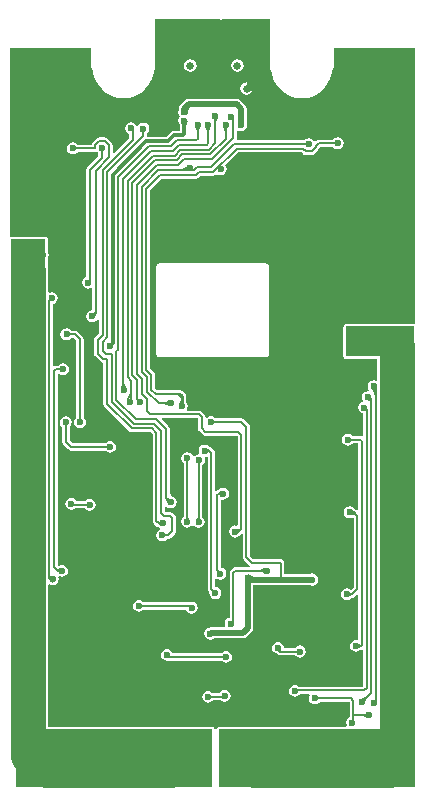
<source format=gbl>
%FSLAX25Y25*%
%MOIN*%
G70*
G01*
G75*
G04 Layer_Physical_Order=5*
G04 Layer_Color=16711680*
%ADD10C,0.01181*%
%ADD11C,0.00787*%
%ADD12C,0.01969*%
%ADD13C,0.03937*%
%ADD14R,0.03937X0.02756*%
%ADD15R,0.03150X0.05118*%
%ADD16R,0.02362X0.01969*%
%ADD17R,0.01969X0.02362*%
%ADD18R,0.04921X0.02756*%
%ADD19R,0.06693X0.03543*%
%ADD20R,0.06299X0.04921*%
%ADD21R,0.01181X0.03347*%
%ADD22R,0.02362X0.03347*%
%ADD23R,0.01969X0.01575*%
%ADD24R,0.02362X0.05512*%
%ADD25R,0.03150X0.07874*%
%ADD26R,0.02362X0.07874*%
%ADD27O,0.07480X0.12992*%
%ADD28R,0.01575X0.04724*%
%ADD29R,0.03543X0.03937*%
%ADD30O,0.05906X0.07874*%
%ADD31R,0.05906X0.07874*%
%ADD32R,0.04331X0.03937*%
%ADD33R,0.01575X0.06693*%
%ADD34R,0.02756X0.04921*%
%ADD35R,0.03543X0.02362*%
%ADD36O,0.02362X0.07874*%
%ADD37O,0.02362X0.05512*%
%ADD38R,0.05118X0.03150*%
%ADD39R,0.03937X0.02756*%
%ADD40R,0.02362X0.03937*%
%ADD41R,0.01969X0.03937*%
%ADD42O,0.05512X0.02362*%
%ADD43O,0.07874X0.09843*%
%ADD44O,0.09843X0.07874*%
%ADD45C,0.03150*%
%ADD46C,0.07874*%
%ADD47C,0.10000*%
%ADD48C,0.05906*%
%ADD49R,0.15300X0.31300*%
%ADD50R,0.33921X0.10400*%
%ADD51R,0.02874X0.02068*%
%ADD52R,0.11321X0.16200*%
%ADD53R,0.02719X0.08050*%
%ADD54R,0.06858X0.03154*%
%ADD55R,0.16400X0.14144*%
%ADD56R,0.09300X0.06156*%
%ADD57C,0.02559*%
G04:AMPARAMS|DCode=58|XSize=39.37mil|YSize=82.68mil|CornerRadius=17.72mil|HoleSize=0mil|Usage=FLASHONLY|Rotation=180.000|XOffset=0mil|YOffset=0mil|HoleType=Round|Shape=RoundedRectangle|*
%AMROUNDEDRECTD58*
21,1,0.03937,0.04724,0,0,180.0*
21,1,0.00394,0.08268,0,0,180.0*
1,1,0.03543,-0.00197,0.02362*
1,1,0.03543,0.00197,0.02362*
1,1,0.03543,0.00197,-0.02362*
1,1,0.03543,-0.00197,-0.02362*
%
%ADD58ROUNDEDRECTD58*%
G04:AMPARAMS|DCode=59|XSize=39.37mil|YSize=62.99mil|CornerRadius=17.72mil|HoleSize=0mil|Usage=FLASHONLY|Rotation=180.000|XOffset=0mil|YOffset=0mil|HoleType=Round|Shape=RoundedRectangle|*
%AMROUNDEDRECTD59*
21,1,0.03937,0.02756,0,0,180.0*
21,1,0.00394,0.06299,0,0,180.0*
1,1,0.03543,-0.00197,0.01378*
1,1,0.03543,0.00197,0.01378*
1,1,0.03543,0.00197,-0.01378*
1,1,0.03543,-0.00197,-0.01378*
%
%ADD59ROUNDEDRECTD59*%
%ADD60C,0.11811*%
%ADD61C,0.02362*%
%ADD62C,0.11811*%
%ADD63R,0.65400X0.19300*%
%ADD64R,0.65700X0.19200*%
%ADD65R,0.23000X0.09900*%
%ADD66R,0.11700X0.10615*%
G36*
X19065Y116836D02*
X19172Y116298D01*
X19477Y115842D01*
X19538Y115801D01*
X19634Y114829D01*
X20219Y112899D01*
X21170Y111121D01*
X22449Y109562D01*
X24008Y108283D01*
X25786Y107333D01*
X27715Y106747D01*
X29722Y106550D01*
X31729Y106747D01*
X33658Y107333D01*
X35437Y108283D01*
X36995Y109562D01*
X38274Y111121D01*
X39225Y112899D01*
X39810Y114829D01*
X39906Y115801D01*
X39968Y115842D01*
X40272Y116298D01*
X40379Y116836D01*
Y123108D01*
X67490D01*
Y31277D01*
X67400Y31203D01*
X44400D01*
X44093Y31142D01*
X43832Y30968D01*
X43658Y30707D01*
X43597Y30400D01*
Y26224D01*
X43493Y25700D01*
X43597Y25176D01*
Y22421D01*
X43593Y22400D01*
X43597Y22379D01*
Y20500D01*
X43658Y20193D01*
X43832Y19932D01*
X44093Y19758D01*
X44400Y19697D01*
X54875D01*
Y12572D01*
X54468Y12354D01*
X53700Y12507D01*
X52932Y12354D01*
X52281Y11919D01*
X51846Y11268D01*
X51693Y10500D01*
X51846Y9732D01*
X52141Y9290D01*
X51863Y8875D01*
X51700Y8907D01*
X50932Y8754D01*
X50281Y8319D01*
X49846Y7668D01*
X49693Y6900D01*
X49846Y6132D01*
X50100Y5751D01*
X49909Y5289D01*
X49732Y5254D01*
X49081Y4819D01*
X48646Y4168D01*
X48493Y3400D01*
X48646Y2632D01*
X49081Y1981D01*
X49732Y1546D01*
X50146Y1463D01*
Y-5981D01*
X49705Y-6217D01*
X49661Y-6187D01*
X49200Y-6096D01*
X49200Y-6096D01*
X46663D01*
X46519Y-5881D01*
X45868Y-5446D01*
X45100Y-5293D01*
X44332Y-5446D01*
X43681Y-5881D01*
X43246Y-6532D01*
X43093Y-7300D01*
X43246Y-8068D01*
X43681Y-8719D01*
X44332Y-9154D01*
X45100Y-9307D01*
X45868Y-9154D01*
X46519Y-8719D01*
X46663Y-8504D01*
X48571D01*
Y-30614D01*
X48109Y-30806D01*
X47952Y-30648D01*
X47562Y-30387D01*
X47288Y-30333D01*
X47119Y-30081D01*
X46468Y-29646D01*
X45700Y-29493D01*
X44932Y-29646D01*
X44281Y-30081D01*
X43846Y-30732D01*
X43693Y-31500D01*
X43846Y-32268D01*
X44281Y-32919D01*
X44932Y-33354D01*
X45700Y-33507D01*
X46468Y-33354D01*
X46556Y-33296D01*
X46997Y-33531D01*
Y-56501D01*
X46158Y-57340D01*
X45568Y-56946D01*
X44800Y-56793D01*
X44032Y-56946D01*
X43381Y-57381D01*
X42946Y-58032D01*
X42793Y-58800D01*
X42946Y-59568D01*
X43381Y-60219D01*
X44032Y-60654D01*
X44800Y-60807D01*
X45568Y-60654D01*
X46219Y-60219D01*
X46363Y-60004D01*
X46401D01*
X46401Y-60004D01*
X46862Y-59913D01*
X47252Y-59651D01*
X48109Y-58794D01*
X48571Y-58986D01*
Y-73752D01*
X48185Y-74069D01*
X47800Y-73993D01*
X47032Y-74146D01*
X46381Y-74581D01*
X45946Y-75232D01*
X45793Y-76000D01*
X45946Y-76768D01*
X46381Y-77419D01*
X47032Y-77854D01*
X47800Y-78007D01*
X48568Y-77854D01*
X49219Y-77419D01*
X49321Y-77267D01*
X49815Y-77194D01*
X50146Y-77465D01*
Y-89501D01*
X50052Y-89596D01*
X28829D01*
X28819Y-89581D01*
X28168Y-89146D01*
X27400Y-88993D01*
X26632Y-89146D01*
X25981Y-89581D01*
X25546Y-90232D01*
X25393Y-91000D01*
X25546Y-91768D01*
X25981Y-92419D01*
X26632Y-92854D01*
X27400Y-93007D01*
X28168Y-92854D01*
X28819Y-92419D01*
X29096Y-92004D01*
X32202D01*
X32437Y-92445D01*
X32246Y-92732D01*
X32093Y-93500D01*
X32246Y-94268D01*
X32681Y-94919D01*
X33332Y-95354D01*
X34100Y-95507D01*
X34868Y-95354D01*
X35519Y-94919D01*
X35663Y-94704D01*
X45563D01*
X45657Y-94799D01*
Y-96942D01*
Y-99200D01*
Y-99808D01*
X45100Y-100181D01*
X44665Y-100832D01*
X44512Y-101600D01*
X44665Y-102368D01*
X44791Y-102556D01*
X44555Y-102997D01*
X2100D01*
X1793Y-103058D01*
X1532Y-103232D01*
X1358Y-103493D01*
X1297Y-103800D01*
Y-103835D01*
X800Y-103884D01*
X742Y-103593D01*
X568Y-103332D01*
X307Y-103158D01*
X0Y-103097D01*
X-54775D01*
Y-55712D01*
X-54334Y-55477D01*
X-54068Y-55654D01*
X-53300Y-55807D01*
X-52532Y-55654D01*
X-51881Y-55219D01*
X-51446Y-54568D01*
X-51293Y-53800D01*
X-51432Y-53100D01*
X-51016Y-52822D01*
X-50968Y-52854D01*
X-50200Y-53007D01*
X-49432Y-52854D01*
X-48781Y-52419D01*
X-48346Y-51768D01*
X-48193Y-51000D01*
X-48346Y-50232D01*
X-48781Y-49581D01*
X-49432Y-49146D01*
X-50200Y-48993D01*
X-50968Y-49146D01*
X-51193Y-49296D01*
X-51634Y-49061D01*
Y14503D01*
X-51451Y14626D01*
X-51193Y14763D01*
X-50568Y14346D01*
X-49800Y14193D01*
X-49032Y14346D01*
X-48381Y14781D01*
X-47946Y15432D01*
X-47793Y16200D01*
X-47946Y16968D01*
X-48381Y17619D01*
X-49032Y18054D01*
X-49800Y18207D01*
X-50568Y18054D01*
X-51219Y17619D01*
X-51363Y17404D01*
X-52239D01*
X-52239Y17404D01*
X-52699Y17313D01*
X-52768Y17267D01*
X-53209Y17502D01*
Y37971D01*
X-52832Y38046D01*
X-52181Y38481D01*
X-51746Y39132D01*
X-51593Y39900D01*
X-51746Y40668D01*
X-52181Y41319D01*
X-52832Y41754D01*
X-53600Y41907D01*
X-54368Y41754D01*
X-54775Y41972D01*
Y48985D01*
X-54897Y50228D01*
Y53555D01*
X-54846Y53632D01*
X-54693Y54400D01*
X-54846Y55168D01*
X-54897Y55245D01*
Y57876D01*
X-54793Y58400D01*
X-54897Y58924D01*
Y59600D01*
X-54958Y59907D01*
X-55132Y60168D01*
X-55393Y60342D01*
X-55700Y60403D01*
X-56779D01*
X-56800Y60407D01*
X-56821Y60403D01*
X-60179D01*
X-60200Y60407D01*
X-60221Y60403D01*
X-67400D01*
X-67495Y60481D01*
Y123108D01*
X-40384D01*
Y116836D01*
X-40277Y116298D01*
X-39972Y115842D01*
X-39911Y115801D01*
X-39815Y114829D01*
X-39230Y112899D01*
X-38279Y111121D01*
X-37000Y109562D01*
X-35441Y108283D01*
X-33663Y107333D01*
X-31733Y106747D01*
X-29727Y106550D01*
X-27720Y106747D01*
X-25791Y107333D01*
X-24012Y108283D01*
X-22454Y109562D01*
X-21174Y111121D01*
X-20224Y112899D01*
X-19639Y114829D01*
X-19543Y115801D01*
X-19481Y115842D01*
X-19177Y116298D01*
X-19070Y116836D01*
Y132950D01*
X2446D01*
X2800Y132597D01*
Y132590D01*
D01*
Y127461D01*
D01*
D01*
Y127461D01*
X2800D01*
X2923Y127339D01*
X2923Y127339D01*
X3056Y127206D01*
X3046Y127461D01*
X3046Y127461D01*
D01*
D01*
D01*
D01*
Y127461D01*
X3042Y127564D01*
X2843Y132590D01*
X3190Y132950D01*
X19065D01*
Y116836D01*
D02*
G37*
%LPC*%
G36*
X-24600Y-60693D02*
X-25368Y-60846D01*
X-26019Y-61281D01*
X-26454Y-61932D01*
X-26607Y-62700D01*
X-26454Y-63468D01*
X-26019Y-64119D01*
X-25368Y-64554D01*
X-24600Y-64707D01*
X-23832Y-64554D01*
X-23181Y-64119D01*
X-23037Y-63904D01*
X-8887D01*
X-8854Y-64068D01*
X-8419Y-64719D01*
X-7768Y-65154D01*
X-7000Y-65307D01*
X-6232Y-65154D01*
X-5581Y-64719D01*
X-5146Y-64068D01*
X-4993Y-63300D01*
X-5146Y-62532D01*
X-5581Y-61881D01*
X-6232Y-61446D01*
X-7000Y-61293D01*
X-7768Y-61446D01*
X-7843Y-61496D01*
X-23037D01*
X-23181Y-61281D01*
X-23832Y-60846D01*
X-24600Y-60693D01*
D02*
G37*
G36*
X-47041Y-26693D02*
X-47809Y-26846D01*
X-48460Y-27281D01*
X-48895Y-27932D01*
X-49048Y-28700D01*
X-48895Y-29468D01*
X-48460Y-30119D01*
X-47809Y-30554D01*
X-47041Y-30707D01*
X-46273Y-30554D01*
X-45622Y-30119D01*
X-45612Y-30104D01*
X-42630D01*
X-42419Y-30419D01*
X-41768Y-30854D01*
X-41000Y-31007D01*
X-40232Y-30854D01*
X-39581Y-30419D01*
X-39146Y-29768D01*
X-38993Y-29000D01*
X-39146Y-28232D01*
X-39581Y-27581D01*
X-40232Y-27146D01*
X-41000Y-26993D01*
X-41768Y-27146D01*
X-42419Y-27581D01*
X-42496Y-27696D01*
X-45344D01*
X-45622Y-27281D01*
X-46273Y-26846D01*
X-47041Y-26693D01*
D02*
G37*
G36*
X-2697Y-8971D02*
X-3465Y-9124D01*
X-4116Y-9559D01*
X-4551Y-10210D01*
X-4704Y-10978D01*
X-4551Y-11746D01*
D01*
D01*
X-4551Y-11746D01*
D01*
D01*
X-4771Y-12167D01*
X-5168Y-12246D01*
X-5819Y-12681D01*
X-6024Y-12987D01*
X-6514Y-12890D01*
X-6546Y-12732D01*
X-6981Y-12081D01*
X-7632Y-11646D01*
X-8400Y-11493D01*
X-9168Y-11646D01*
X-9819Y-12081D01*
X-10254Y-12732D01*
X-10407Y-13500D01*
X-10254Y-14268D01*
X-9819Y-14919D01*
X-9604Y-15063D01*
Y-32927D01*
X-9613Y-32939D01*
X-9621Y-32982D01*
X-9919Y-33181D01*
X-10354Y-33832D01*
X-10507Y-34600D01*
X-10354Y-35368D01*
X-9919Y-36019D01*
X-9268Y-36454D01*
X-8500Y-36607D01*
X-7732Y-36454D01*
X-7081Y-36019D01*
X-6883Y-35724D01*
X-6383D01*
X-6119Y-36119D01*
X-5468Y-36554D01*
X-4700Y-36707D01*
X-3932Y-36554D01*
X-3281Y-36119D01*
X-2846Y-35468D01*
X-2693Y-34700D01*
X-2846Y-33932D01*
X-3281Y-33281D01*
X-3496Y-33137D01*
Y-15863D01*
X-2981Y-15519D01*
X-2546Y-14868D01*
X-2393Y-14100D01*
X-2546Y-13332D01*
X-2546Y-13332D01*
X-2546Y-13332D01*
X-2697Y-12985D01*
X-2697Y-12985D01*
X-1991Y-12844D01*
X-1604Y-13162D01*
Y-57100D01*
X-1604Y-57100D01*
X-1513Y-57561D01*
X-1252Y-57951D01*
X-1057Y-58146D01*
X-1107Y-58400D01*
X-954Y-59168D01*
X-519Y-59819D01*
X132Y-60254D01*
X900Y-60407D01*
X1668Y-60254D01*
X2319Y-59819D01*
X2754Y-59168D01*
X2907Y-58400D01*
X2754Y-57632D01*
X2319Y-56981D01*
X1668Y-56546D01*
X900Y-56393D01*
X804Y-56314D01*
Y-53598D01*
X1245Y-53362D01*
X1832Y-53754D01*
X2600Y-53907D01*
X3368Y-53754D01*
X4019Y-53319D01*
X4454Y-52668D01*
X4607Y-51900D01*
X4454Y-51132D01*
X4019Y-50481D01*
X3368Y-50046D01*
X2692Y-49911D01*
Y-27540D01*
X3078Y-27223D01*
X3500Y-27307D01*
X4268Y-27154D01*
X4919Y-26719D01*
X5354Y-26068D01*
X5507Y-25300D01*
X5354Y-24532D01*
X4919Y-23881D01*
X4268Y-23446D01*
X3500Y-23293D01*
X2732Y-23446D01*
X2081Y-23881D01*
X1937Y-24096D01*
X1927D01*
X1927Y-24096D01*
X1466Y-24187D01*
X1245Y-24335D01*
X804Y-24099D01*
Y-11700D01*
X713Y-11239D01*
X452Y-10848D01*
X452Y-10848D01*
X-271Y-10126D01*
X-661Y-9865D01*
X-1122Y-9774D01*
X-1122Y-9774D01*
X-1134D01*
X-1278Y-9559D01*
X-1929Y-9124D01*
X-2697Y-8971D01*
D02*
G37*
G36*
X4000Y-90693D02*
X3232Y-90846D01*
X2581Y-91281D01*
X2237Y-91796D01*
X63D01*
X-81Y-91581D01*
X-732Y-91146D01*
X-1500Y-90993D01*
X-2268Y-91146D01*
X-2919Y-91581D01*
X-3354Y-92232D01*
X-3507Y-93000D01*
X-3354Y-93768D01*
X-2919Y-94419D01*
X-2268Y-94854D01*
X-1500Y-95007D01*
X-732Y-94854D01*
X-81Y-94419D01*
X63Y-94204D01*
X2708D01*
X3232Y-94554D01*
X4000Y-94707D01*
X4768Y-94554D01*
X5419Y-94119D01*
X5854Y-93468D01*
X6007Y-92700D01*
X5854Y-91932D01*
X5419Y-91281D01*
X4768Y-90846D01*
X4000Y-90693D01*
D02*
G37*
G36*
X-15200Y-76993D02*
X-15968Y-77146D01*
X-16619Y-77581D01*
X-17054Y-78232D01*
X-17207Y-79000D01*
X-17054Y-79768D01*
X-16619Y-80419D01*
X-15968Y-80854D01*
X-15200Y-81007D01*
X-14592Y-80886D01*
X-14500Y-80904D01*
X-14500Y-80904D01*
X2937D01*
X3081Y-81119D01*
X3732Y-81554D01*
X4500Y-81707D01*
X5268Y-81554D01*
X5919Y-81119D01*
X6354Y-80468D01*
X6507Y-79700D01*
X6354Y-78932D01*
X5919Y-78281D01*
X5268Y-77846D01*
X4500Y-77693D01*
X3732Y-77846D01*
X3081Y-78281D01*
X2937Y-78496D01*
X-13293D01*
X-13346Y-78232D01*
X-13781Y-77581D01*
X-14432Y-77146D01*
X-15200Y-76993D01*
D02*
G37*
G36*
X21800Y-74693D02*
X21032Y-74846D01*
X20381Y-75281D01*
X19946Y-75932D01*
X19793Y-76700D01*
X19946Y-77468D01*
X20381Y-78119D01*
X21032Y-78554D01*
X21680Y-78683D01*
X21748Y-78751D01*
X22139Y-79013D01*
X22600Y-79104D01*
X27537D01*
X27681Y-79319D01*
X28332Y-79754D01*
X29100Y-79907D01*
X29868Y-79754D01*
X30519Y-79319D01*
X30954Y-78668D01*
X31107Y-77900D01*
X30954Y-77132D01*
X30519Y-76481D01*
X29868Y-76046D01*
X29100Y-75893D01*
X28332Y-76046D01*
X27681Y-76481D01*
X27537Y-76696D01*
X23806D01*
X23654Y-75932D01*
X23219Y-75281D01*
X22568Y-74846D01*
X21800Y-74693D01*
D02*
G37*
G36*
X-48900Y507D02*
X-49668Y354D01*
X-50319Y-81D01*
X-50754Y-732D01*
X-50907Y-1500D01*
X-50754Y-2268D01*
X-50319Y-2919D01*
X-50104Y-3063D01*
Y-8000D01*
X-50104Y-8000D01*
X-50013Y-8461D01*
X-49751Y-8851D01*
X-48052Y-10552D01*
X-48052Y-10552D01*
X-47661Y-10813D01*
X-47200Y-10904D01*
X-35763D01*
X-35619Y-11119D01*
X-34968Y-11554D01*
X-34200Y-11707D01*
X-33432Y-11554D01*
X-32781Y-11119D01*
X-32346Y-10468D01*
X-32193Y-9700D01*
X-32346Y-8932D01*
X-32781Y-8281D01*
X-33432Y-7846D01*
X-34200Y-7693D01*
X-34968Y-7846D01*
X-35619Y-8281D01*
X-35763Y-8496D01*
X-46701D01*
X-47696Y-7501D01*
Y-3063D01*
X-47481Y-2919D01*
X-47046Y-2268D01*
X-46893Y-1500D01*
X-47046Y-732D01*
X-47481Y-81D01*
X-48132Y354D01*
X-48900Y507D01*
D02*
G37*
G36*
X11339Y111855D02*
X10532Y111695D01*
X9848Y111238D01*
X9392Y110554D01*
X9231Y109748D01*
X9392Y108941D01*
X9848Y108257D01*
X10532Y107801D01*
X11339Y107640D01*
X12145Y107801D01*
X12829Y108257D01*
X13286Y108941D01*
X13446Y109748D01*
X13286Y110554D01*
X12829Y111238D01*
X12145Y111695D01*
X11339Y111855D01*
D02*
G37*
G36*
X-7476Y119510D02*
X-8282Y119349D01*
X-8966Y118893D01*
X-9423Y118209D01*
X-9583Y117402D01*
X-9423Y116596D01*
X-8966Y115912D01*
X-8282Y115455D01*
X-7476Y115295D01*
X-6669Y115455D01*
X-5985Y115912D01*
X-5529Y116596D01*
X-5368Y117402D01*
X-5529Y118209D01*
X-5985Y118893D01*
X-6669Y119349D01*
X-7476Y119510D01*
D02*
G37*
G36*
X8273D02*
X7466Y119349D01*
X6782Y118893D01*
X6325Y118209D01*
X6165Y117402D01*
X6325Y116596D01*
X6782Y115912D01*
X7466Y115455D01*
X8273Y115295D01*
X9079Y115455D01*
X9763Y115912D01*
X10220Y116596D01*
X10380Y117402D01*
X10220Y118209D01*
X9763Y118893D01*
X9079Y119349D01*
X8273Y119510D01*
D02*
G37*
G36*
X-48700Y29807D02*
X-49468Y29654D01*
X-50119Y29219D01*
X-50554Y28568D01*
X-50707Y27800D01*
X-50554Y27032D01*
X-50119Y26381D01*
X-49468Y25946D01*
X-48700Y25793D01*
X-47932Y25946D01*
X-47281Y26381D01*
X-47137Y26596D01*
X-46299D01*
X-45404Y25701D01*
Y163D01*
X-45619Y19D01*
X-46054Y-632D01*
X-46207Y-1400D01*
X-46054Y-2168D01*
X-45619Y-2819D01*
X-44968Y-3255D01*
X-44200Y-3407D01*
X-43432Y-3255D01*
X-42781Y-2819D01*
X-42345Y-2168D01*
X-42193Y-1400D01*
X-42345Y-632D01*
X-42781Y19D01*
X-42996Y163D01*
Y26200D01*
X-43087Y26661D01*
X-43348Y27051D01*
X-43348Y27051D01*
X-44949Y28651D01*
X-45339Y28913D01*
X-45800Y29004D01*
X-45800Y29004D01*
X-47137D01*
X-47281Y29219D01*
X-47932Y29654D01*
X-48700Y29807D01*
D02*
G37*
G36*
X-17719Y51500D02*
X-18103Y51424D01*
X-18428Y51207D01*
X-18646Y50881D01*
X-18722Y50497D01*
Y21202D01*
X-18722Y21202D01*
X-18722D01*
X-18646Y20818D01*
X-18428Y20493D01*
X-18426Y20490D01*
X-18101Y20273D01*
X-17717Y20197D01*
X17717D01*
X18101Y20273D01*
X18426Y20490D01*
X18644Y20816D01*
X18720Y21200D01*
X18720Y21200D01*
X18720Y21200D01*
Y21200D01*
Y50086D01*
X18732Y50104D01*
X18808Y50488D01*
X18732Y50872D01*
X18514Y51197D01*
X18189Y51415D01*
X17805Y51491D01*
X-17673D01*
X-17719Y51500D01*
D02*
G37*
G36*
X8000Y106306D02*
X-8000D01*
X-8691Y106169D01*
X-9277Y105777D01*
X-10677Y104377D01*
X-11069Y103791D01*
X-11206Y103100D01*
Y102640D01*
X-11254Y102568D01*
X-11407Y101800D01*
X-11254Y101032D01*
X-10865Y100450D01*
X-11254Y99868D01*
X-11407Y99100D01*
X-11254Y98332D01*
X-10819Y97681D01*
X-10805Y97671D01*
Y95676D01*
X-12754D01*
X-13291Y95569D01*
X-13747Y95264D01*
X-15306Y93705D01*
X-21809D01*
X-21867Y93777D01*
Y94837D01*
X-21652Y94981D01*
X-21217Y95632D01*
X-21065Y96400D01*
X-21217Y97168D01*
X-21652Y97819D01*
X-22304Y98254D01*
X-23072Y98407D01*
X-23840Y98254D01*
X-24491Y97819D01*
X-24792Y97368D01*
X-25059Y97315D01*
X-25328D01*
X-25731Y97919D01*
X-26382Y98354D01*
X-27150Y98507D01*
X-27918Y98354D01*
X-28570Y97919D01*
X-29005Y97268D01*
X-29158Y96500D01*
X-29005Y95732D01*
X-28570Y95081D01*
X-27918Y94646D01*
X-27804Y94623D01*
Y93158D01*
X-32842Y88121D01*
X-33304Y88312D01*
Y90878D01*
X-33304Y90878D01*
X-33395Y91339D01*
X-33656Y91730D01*
X-33656Y91730D01*
X-35040Y93114D01*
X-35431Y93375D01*
X-35892Y93466D01*
X-35892Y93466D01*
X-37848D01*
X-37849Y93466D01*
X-38309Y93375D01*
X-38700Y93114D01*
X-38700Y93114D01*
X-40084Y91730D01*
X-40345Y91339D01*
X-40411Y91004D01*
X-45037D01*
X-45181Y91219D01*
X-45832Y91654D01*
X-46600Y91807D01*
X-47368Y91654D01*
X-48019Y91219D01*
X-48454Y90568D01*
X-48607Y89800D01*
X-48454Y89032D01*
X-48019Y88381D01*
X-47368Y87946D01*
X-46600Y87793D01*
X-45832Y87946D01*
X-45181Y88381D01*
X-45037Y88596D01*
X-39432D01*
X-39432Y88596D01*
X-38971Y88687D01*
X-38595Y88939D01*
X-38289Y88481D01*
X-38074Y88337D01*
Y87158D01*
X-41851Y83381D01*
X-42113Y82990D01*
X-42204Y82530D01*
X-42204Y82530D01*
Y46967D01*
X-42268Y46954D01*
X-42919Y46519D01*
X-43354Y45868D01*
X-43507Y45100D01*
X-43354Y44332D01*
X-42919Y43681D01*
X-42268Y43246D01*
X-41500Y43093D01*
X-40732Y43246D01*
X-40545Y43371D01*
X-40104Y43135D01*
Y35843D01*
X-40148Y35807D01*
X-40916Y35654D01*
X-41568Y35219D01*
X-42003Y34568D01*
X-42156Y33800D01*
X-42003Y33032D01*
X-41568Y32381D01*
X-40916Y31946D01*
X-40148Y31793D01*
X-39380Y31946D01*
X-38729Y32381D01*
X-38321Y32991D01*
X-37843Y32846D01*
Y28187D01*
X-39126Y26904D01*
X-39387Y26513D01*
X-39479Y26052D01*
X-39479Y26052D01*
Y21384D01*
X-39479Y21384D01*
X-39387Y20923D01*
X-39126Y20532D01*
X-37370Y18776D01*
X-36979Y18515D01*
X-36518Y18423D01*
X-36416Y17911D01*
Y4685D01*
X-36416Y4685D01*
X-36324Y4224D01*
X-36063Y3833D01*
X-27854Y-4376D01*
X-27463Y-4637D01*
X-27003Y-4729D01*
X-20599D01*
X-19914Y-5414D01*
Y-34335D01*
X-19927Y-34400D01*
X-19835Y-34861D01*
X-19574Y-35252D01*
X-18774Y-36051D01*
X-18383Y-36313D01*
X-17969Y-36395D01*
X-17819Y-36619D01*
X-17467Y-36855D01*
X-17564Y-37345D01*
X-17568Y-37346D01*
X-18219Y-37781D01*
X-18654Y-38432D01*
X-18807Y-39200D01*
X-18654Y-39968D01*
X-18219Y-40619D01*
X-17568Y-41054D01*
X-16800Y-41207D01*
X-16032Y-41054D01*
X-15381Y-40619D01*
X-15237Y-40404D01*
X-14881D01*
X-14881Y-40404D01*
X-14420Y-40313D01*
X-14029Y-40051D01*
X-12554Y-38576D01*
X-12554Y-38576D01*
X-12293Y-38186D01*
X-12201Y-37725D01*
X-12201Y-37725D01*
Y-33394D01*
X-12293Y-32934D01*
X-12554Y-32543D01*
X-12554Y-32543D01*
X-13249Y-31848D01*
X-13639Y-31587D01*
X-14100Y-31496D01*
X-14100Y-31496D01*
X-15701D01*
X-15930Y-31266D01*
Y-29715D01*
X-15452Y-29570D01*
X-15419Y-29619D01*
X-14768Y-30054D01*
X-14000Y-30207D01*
X-13232Y-30054D01*
X-12581Y-29619D01*
X-12146Y-28968D01*
X-11993Y-28200D01*
X-12146Y-27432D01*
X-12581Y-26781D01*
X-13232Y-26346D01*
X-14000Y-26193D01*
X-14356Y-24405D01*
Y-3610D01*
X-14356Y-3610D01*
X-14447Y-3150D01*
X-14708Y-2759D01*
X-17001Y-466D01*
X-16810Y-4D01*
X-4999D01*
X-4904Y-99D01*
Y-3500D01*
X-4904Y-3500D01*
X-4813Y-3961D01*
X-4552Y-4352D01*
X-3352Y-5551D01*
X-3351Y-5551D01*
X-2961Y-5813D01*
X-2500Y-5904D01*
X-2500Y-5904D01*
X8001D01*
X8296Y-6199D01*
Y-35657D01*
X7909Y-35974D01*
X7500Y-35893D01*
X6732Y-36046D01*
X6081Y-36481D01*
X5646Y-37132D01*
X5493Y-37900D01*
X5646Y-38668D01*
X6081Y-39319D01*
X6732Y-39754D01*
X7500Y-39907D01*
X8268Y-39754D01*
X8919Y-39319D01*
X9175Y-38936D01*
X9452Y-38752D01*
X9534Y-38669D01*
X9996Y-38861D01*
Y-46400D01*
X9996Y-46400D01*
X10087Y-46861D01*
X10349Y-47251D01*
X12248Y-49152D01*
X12248Y-49152D01*
X12404Y-49255D01*
X12258Y-49734D01*
X7562D01*
X7101Y-49825D01*
X6711Y-50086D01*
X6711Y-50086D01*
X6049Y-50748D01*
X5787Y-51139D01*
X5696Y-51600D01*
X5696Y-51600D01*
Y-66653D01*
X5232Y-66746D01*
X4581Y-67181D01*
X4146Y-67832D01*
X3993Y-68600D01*
X4146Y-69368D01*
X3918Y-69794D01*
X-500D01*
X-1191Y-69931D01*
X-1276Y-69987D01*
X-1568Y-70046D01*
X-2219Y-70481D01*
X-2654Y-71132D01*
X-2807Y-71900D01*
X-2654Y-72668D01*
X-2219Y-73319D01*
X-1568Y-73754D01*
X-800Y-73907D01*
X-32Y-73754D01*
X489Y-73406D01*
X10100D01*
X10791Y-73269D01*
X11377Y-72877D01*
X12977Y-71277D01*
X13369Y-70691D01*
X13506Y-70000D01*
X13506Y-70000D01*
X13506Y-70000D01*
Y-70000D01*
Y-55706D01*
X32360D01*
X32432Y-55754D01*
X33200Y-55907D01*
X33968Y-55754D01*
X34619Y-55319D01*
X35054Y-54668D01*
X35207Y-53900D01*
X35054Y-53132D01*
X34619Y-52481D01*
X33968Y-52046D01*
X33200Y-51893D01*
X32432Y-52046D01*
X32360Y-52094D01*
X23904D01*
Y-48400D01*
X23813Y-47939D01*
X23551Y-47548D01*
X23451Y-47449D01*
X23061Y-47187D01*
X22600Y-47096D01*
X22600Y-47096D01*
X13599D01*
X12404Y-45901D01*
Y-3000D01*
X12313Y-2539D01*
X12051Y-2149D01*
X10452Y-549D01*
X10061Y-287D01*
X9600Y-196D01*
X9600Y-196D01*
X963D01*
X819Y19D01*
X168Y454D01*
X-600Y607D01*
X-1368Y454D01*
X-2019Y19D01*
X-2496Y338D01*
Y400D01*
X-2587Y861D01*
X-2849Y1252D01*
X-3649Y2052D01*
X-4039Y2313D01*
X-4500Y2404D01*
X-4500Y2404D01*
X-8402D01*
X-8637Y2845D01*
X-8446Y3132D01*
X-8293Y3900D01*
X-8446Y4668D01*
X-8796Y5192D01*
Y6400D01*
Y7200D01*
X-8887Y7661D01*
X-8992Y7817D01*
X-9149Y8051D01*
X-9149Y8052D01*
X-9911Y8814D01*
X-10301Y9075D01*
X-10762Y9166D01*
X-10762Y9166D01*
X-11562D01*
X-11562Y9166D01*
X-11562Y9166D01*
X-18463D01*
X-19196Y9899D01*
Y14394D01*
X-19196Y14394D01*
X-19287Y14855D01*
X-19548Y15246D01*
X-20867Y16565D01*
Y75904D01*
X-17051Y79721D01*
X-5575D01*
X-5575Y79721D01*
X-5114Y79813D01*
X-4723Y80074D01*
X-4101Y80696D01*
X200D01*
X200Y80696D01*
X661Y80787D01*
X1051Y81049D01*
X1402Y81400D01*
X1932Y81046D01*
X2700Y80893D01*
X3468Y81046D01*
X4119Y81481D01*
X4554Y82132D01*
X4707Y82900D01*
X4554Y83668D01*
X4200Y84197D01*
X8464Y88461D01*
X29735D01*
X30170Y88026D01*
X30170D01*
X30170Y88026D01*
X30170Y88026D01*
Y88026D01*
X30561Y87765D01*
X31022Y87674D01*
X32978D01*
X32978Y87674D01*
X33439Y87765D01*
X33830Y88026D01*
X35214Y89410D01*
X35214Y89410D01*
X35475Y89801D01*
X35517Y90014D01*
X35799Y90296D01*
X40137D01*
X40281Y90081D01*
X40932Y89646D01*
X41700Y89493D01*
X42468Y89646D01*
X43119Y90081D01*
X43554Y90732D01*
X43707Y91500D01*
X43554Y92268D01*
X43119Y92919D01*
X42468Y93354D01*
X41700Y93507D01*
X40932Y93354D01*
X40281Y92919D01*
X40137Y92704D01*
X35300D01*
X35300Y92704D01*
X34839Y92613D01*
X34449Y92352D01*
X34233Y92137D01*
X33736Y92185D01*
X33419Y92659D01*
X32768Y93094D01*
X32000Y93247D01*
X31232Y93094D01*
X30581Y92659D01*
X30437Y92444D01*
X8354D01*
X8037Y92831D01*
X8104Y93168D01*
X8104Y93168D01*
Y95635D01*
X8545Y95871D01*
X8732Y95746D01*
X9500Y95593D01*
X10268Y95746D01*
X10919Y96181D01*
X11354Y96832D01*
X11507Y97600D01*
X11354Y98368D01*
X11306Y98440D01*
Y103000D01*
X11169Y103691D01*
X10777Y104277D01*
X9277Y105777D01*
X8691Y106169D01*
X8000Y106306D01*
D02*
G37*
%LPD*%
D10*
X4574Y13871D02*
G03*
X5582Y14288I0J1426D01*
G01*
Y13453D02*
G03*
X4574Y13871I-1008J-1008D01*
G01*
X-9400Y97674D02*
G03*
X-9818Y98682I-1426J0D01*
G01*
X-8982D02*
G03*
X-9400Y97674I1008J-1008D01*
G01*
X-17371Y13871D02*
X6000D01*
X-20300Y16800D02*
X-17371Y13871D01*
X11800Y54700D02*
X11900D01*
X11600Y54900D02*
X11800Y54700D01*
X-17200Y54900D02*
X11600D01*
X-20300Y16800D02*
Y51800D01*
X-17200Y54900D01*
X-33292Y24908D02*
Y81051D01*
X-34100Y24100D02*
X-33292Y24908D01*
Y81051D02*
X-22043Y92300D01*
X-9400Y94671D02*
Y99100D01*
X-22043Y92300D02*
X-14725D01*
X-12754Y94271D01*
X-9800D01*
X-9400Y94671D01*
D11*
X7890Y-37216D02*
G03*
X9500Y-37000I663J1163D01*
G01*
X7500Y-37900D02*
G03*
X8771Y-37729I524J917D01*
G01*
X22461Y-77761D02*
G03*
X21800Y-77487I-661J-661D01*
G01*
X22487Y-77085D02*
G03*
X22600Y-77900I595J-333D01*
G01*
X49475Y-76000D02*
G03*
X48406Y-76503I0J-1389D01*
G01*
Y-75498D02*
G03*
X49475Y-76000I1069J886D01*
G01*
X54500Y6668D02*
G03*
X53143Y9943I-4632J0D01*
G01*
X54500Y8569D02*
G03*
X53700Y10500I-2731J0D01*
G01*
X15858Y-51000D02*
G03*
X17443Y-50343I0J2242D01*
G01*
X17443Y-51457D02*
G03*
X16341Y-51000I-1103J-1103D01*
G01*
X46401Y-58800D02*
G03*
X45424Y-59281I0J-1233D01*
G01*
Y-58319D02*
G03*
X46401Y-58800I977J753D01*
G01*
X47101Y-31500D02*
G03*
X46373Y-31909I0J-852D01*
G01*
Y-31091D02*
G03*
X47101Y-31500I728J443D01*
G01*
X48201Y-32600D02*
G03*
X46031Y-32214I-1361J-1361D01*
G01*
X47403Y-31803D02*
G03*
X45700Y-31500I-1068J-1068D01*
G01*
X-11232Y82500D02*
G03*
X-7957Y83857I0J4632D01*
G01*
X-9331Y82500D02*
G03*
X-7400Y83300I0J2731D01*
G01*
X-15344Y-26856D02*
G03*
X-14000Y-27413I1344J1344D01*
G01*
X-14787Y-28200D02*
G03*
X-15344Y-26856I-1901J0D01*
G01*
X-15801Y4800D02*
G03*
X-14457Y5357I0J1901D01*
G01*
Y4243D02*
G03*
X-15801Y4800I-1344J-1344D01*
G01*
X-10000Y5077D02*
G03*
X-9743Y4457I877J0D01*
G01*
X-10837Y4476D02*
G03*
X-10000Y6400I-1793J1924D01*
G01*
X-29946Y11894D02*
G03*
X-29143Y9957I2740J0D01*
G01*
X-30257Y9957D02*
G03*
X-29946Y10708I-751J751D01*
G01*
X-28257Y5957D02*
G03*
X-27338Y8175I-2219J2219D01*
G01*
X-5000Y95699D02*
G03*
X-5557Y97043I-1901J0D01*
G01*
X-4443D02*
G03*
X-5000Y95699I1344J-1344D01*
G01*
X-1500Y95599D02*
G03*
X-2057Y96943I-1901J0D01*
G01*
X-943D02*
G03*
X-1500Y95599I1344J-1344D01*
G01*
X4300Y95699D02*
G03*
X3743Y97043I-1901J0D01*
G01*
X4857D02*
G03*
X4300Y95699I1344J-1344D01*
G01*
X921Y98799D02*
G03*
X365Y100143I-1901J0D01*
G01*
X1478D02*
G03*
X921Y98799I1344J-1344D01*
G01*
X-38900Y35048D02*
G03*
X-39362Y33842I1121J-1121D01*
G01*
X-40106Y34586D02*
G03*
X-38900Y35048I85J1583D01*
G01*
X-4700Y-33500D02*
G03*
X-4387Y-33978I521J0D01*
G01*
X-5013D02*
G03*
X-4700Y-33500I-207J478D01*
G01*
X-8400Y-33300D02*
G03*
X-8057Y-33949I785J0D01*
G01*
X-8787Y-33867D02*
G03*
X-8400Y-33300I-222J567D01*
G01*
X-17922Y-35200D02*
G03*
X-17043Y-34745I0J1078D01*
G01*
Y-35655D02*
G03*
X-17922Y-35200I-880J-623D01*
G01*
X50299Y-99200D02*
G03*
X51643Y-98643I0J1901D01*
G01*
Y-99757D02*
G03*
X50299Y-99200I-1344J-1344D01*
G01*
X51044Y-93356D02*
G03*
X50487Y-94700I1344J-1344D01*
G01*
X49700Y-93913D02*
G03*
X51044Y-93356I0J1901D01*
G01*
X50885Y-93740D02*
G03*
X50487Y-94700I960J-960D01*
G01*
X49700Y-93913D02*
G03*
X51429Y-93197I0J2445D01*
G01*
X52925Y5675D02*
G03*
X51753Y6114I-1070J-1070D01*
G01*
X52486Y6847D02*
G03*
X52925Y5675I1509J-102D01*
G01*
X-51698Y-51000D02*
G03*
X-50849Y-50553I0J1032D01*
G01*
Y-51447D02*
G03*
X-51698Y-51000I-850J-585D01*
G01*
X-1122Y-10978D02*
G03*
X-2067Y-11451I0J-1182D01*
G01*
Y-10505D02*
G03*
X-1122Y-10978I945J709D01*
G01*
X1927Y-25300D02*
G03*
X2870Y-24828I0J1178D01*
G01*
Y-25772D02*
G03*
X1927Y-25300I-943J-706D01*
G01*
X-8400Y-33300D02*
Y-13500D01*
X-4700Y-33500D02*
Y-14400D01*
X-4400Y-14100D01*
X-400Y-57100D02*
X900Y-58400D01*
X-1500Y-93000D02*
X3700D01*
X4000Y-92700D01*
X-7600Y-62700D02*
X-7000Y-63300D01*
X-24600Y-62700D02*
X-7600D01*
X-52839Y15600D02*
X-52239Y16200D01*
X-49800D01*
X-54413Y-53487D02*
Y39087D01*
X-53600Y39900D01*
X49700Y-94700D02*
X52125Y-92275D01*
X-8500Y-33400D02*
X-8400Y-33300D01*
X-47041Y-28700D02*
X-46841Y-28900D01*
X-41600D01*
X-41000Y-29500D01*
X-37849Y92262D02*
X-35892D01*
X-39232Y90878D02*
X-37849Y92262D01*
X-39232Y90000D02*
Y90878D01*
X-39432Y89800D02*
X-39232Y90000D01*
X-46600Y89800D02*
X-39432D01*
X30234Y89665D02*
X31022Y88878D01*
X32978D01*
X34362Y90262D01*
Y90562D01*
X35300Y91500D01*
X41700D01*
X6000Y100400D02*
X6500Y99900D01*
X6900Y99500D01*
X-6227Y82500D02*
X-5252Y83475D01*
X-566D02*
X7199Y91240D01*
X-5252Y83475D02*
X-566D01*
X7965Y89665D02*
X30234D01*
X-35892Y92262D02*
X-34508Y90878D01*
X-20400Y9400D02*
X-18962Y7962D01*
X-48900Y-8000D02*
X-47200Y-9700D01*
X-34200D01*
X-48900Y-8000D02*
Y-1500D01*
X-11562Y7962D02*
X-10000Y6400D01*
X-10200Y3900D02*
X-10000Y3700D01*
X-10300Y3900D02*
X-10200D01*
X-10000Y3700D02*
Y6400D01*
X-10762Y7962D02*
X-10000Y7200D01*
X-18962Y7962D02*
X-11562D01*
X-10762D01*
X-10000Y6400D02*
Y7200D01*
X-21975Y8748D02*
X-18027Y4800D01*
X-13900D01*
X-25124Y6324D02*
X-24200Y5400D01*
X-5575Y80925D02*
X-4600Y81900D01*
X200D01*
X7965Y89665D01*
X-20400Y9400D02*
Y14394D01*
X-21975Y8748D02*
Y13742D01*
X-23550Y8095D02*
Y13090D01*
X-25124Y6324D02*
Y12438D01*
X-48700Y27800D02*
X-45800D01*
X-44200Y26200D01*
Y-1400D02*
Y26200D01*
X-22072Y16066D02*
X-20400Y14394D01*
X-34508Y86795D02*
Y90878D01*
X-36870Y86660D02*
Y89900D01*
X-41000Y45100D02*
Y82530D01*
X-36870Y86660D01*
X-23646Y15414D02*
X-21975Y13742D01*
X-25221Y14762D02*
X-23550Y13090D01*
X-26796Y14109D02*
X-25124Y12438D01*
X-28371Y13457D02*
X-27338Y12424D01*
X-29946Y9646D02*
X-29700Y9400D01*
X-38900Y82403D02*
X-34508Y86795D01*
X-29946Y9646D02*
Y79665D01*
X-28371Y13457D02*
Y79012D01*
X-26796Y14109D02*
Y78360D01*
X-25221Y14762D02*
Y77708D01*
X-23646Y15414D02*
Y77055D01*
X-17550Y80925D02*
X-5575D01*
X-22072Y76403D02*
X-17550Y80925D01*
X-22072Y16066D02*
Y76403D01*
X-27338Y5962D02*
Y12424D01*
X-27900Y5400D02*
X-27338Y5962D01*
X27400Y-91000D02*
X27600Y-90800D01*
X-14500Y-79700D02*
X4500D01*
X-15200Y-79000D02*
X-14500Y-79700D01*
X6000Y-68600D02*
X6900Y-67700D01*
Y-51600D01*
X7562Y-50938D01*
X12678D01*
X12741Y-51000D01*
X18000D02*
Y-50900D01*
X12741Y-51000D02*
X18000D01*
X22600Y-48300D02*
X22700Y-48400D01*
Y-53900D02*
Y-48400D01*
X-23550Y8095D02*
X-21838Y6384D01*
Y2238D02*
Y6384D01*
Y2238D02*
X-20800Y1200D01*
X-4500D01*
X-3700Y400D01*
Y-3500D02*
Y400D01*
Y-3500D02*
X-2500Y-4700D01*
X-35064Y27036D02*
Y81785D01*
X-36700Y25400D02*
X-35064Y27036D01*
X-36639Y27689D02*
Y82437D01*
X-38275Y26052D02*
X-36639Y27689D01*
X-38275Y21384D02*
Y26052D01*
X53700Y10500D02*
X54500Y9700D01*
Y-94300D02*
Y9700D01*
X53700Y-95100D02*
X54500Y-94300D01*
X49700Y-94700D02*
X49925D01*
X52925Y-91700D01*
Y5675D01*
X51700Y6900D02*
X52925Y5675D01*
X27600Y-90800D02*
X50550D01*
X51350Y-90000D01*
Y2900D01*
X50850Y3400D02*
X51350Y2900D01*
X50500Y3400D02*
X50850D01*
X47800Y-76000D02*
X49476D01*
X49776Y-75700D01*
X-1122Y-10978D02*
X-400Y-11700D01*
X-2697Y-10978D02*
X-1122D01*
X-400Y-57100D02*
Y-11700D01*
X49776Y-75700D02*
Y-7876D01*
X49200Y-7300D02*
X49776Y-7876D01*
X45100Y-7300D02*
X49200D01*
X22600Y-77900D02*
X29100D01*
X21800Y-77100D02*
X22600Y-77900D01*
X21800Y-77100D02*
Y-76700D01*
X45700Y-31500D02*
X47101D01*
X48201Y-32600D01*
Y-57000D02*
Y-32600D01*
X46401Y-58800D02*
X48201Y-57000D01*
X44800Y-58800D02*
X46401D01*
X13100Y-48300D02*
X22600D01*
X-600Y-1400D02*
X9600D01*
X11200Y-3000D01*
Y-46400D02*
Y-3000D01*
Y-46400D02*
X13100Y-48300D01*
X8500Y-4700D02*
X9500Y-5700D01*
Y-37000D02*
Y-5700D01*
X8600Y-37900D02*
X9500Y-37000D01*
X7500Y-37900D02*
X8600D01*
X-2500Y-4700D02*
X8500D01*
X-52839Y-49860D02*
Y15600D01*
Y-49860D02*
X-51698Y-51000D01*
X-50200D01*
X-54413Y-53487D02*
X-53300Y-54600D01*
X-40148Y33800D02*
X-38900Y35048D01*
Y82403D01*
X-36700Y22215D02*
Y25400D01*
X1927Y-25300D02*
X3500D01*
X1487Y-25739D02*
X1927Y-25300D01*
X1487Y-50787D02*
Y-25739D01*
Y-50787D02*
X2600Y-51900D01*
X34100Y-93500D02*
X46062D01*
X46862Y-94300D01*
Y-96942D02*
Y-94300D01*
X49119Y-99200D02*
X52200D01*
X46519Y-101600D02*
X46862Y-101258D01*
Y-99200D01*
Y-96942D01*
Y-99200D02*
X49119D01*
X-23646Y77055D02*
X-18202Y82500D01*
X-6227D01*
X-26796Y78360D02*
X-19352Y85804D01*
X-25221Y77708D02*
X-18700Y84229D01*
X-28371Y79012D02*
X-20004Y87379D01*
X-29946Y79665D02*
X-20657Y88954D01*
X-31520Y80317D02*
X-21309Y90528D01*
X-35064Y81785D02*
X-23072Y93777D01*
Y96400D01*
X-36639Y82437D02*
X-32933Y86142D01*
Y86326D01*
X-26600Y92659D01*
Y95950D01*
X-27150Y96500D02*
X-26600Y95950D01*
X6900Y93168D02*
Y99500D01*
X6500Y99900D02*
Y100427D01*
X4300Y92795D02*
Y97600D01*
X-18700Y84229D02*
X-11382D01*
X-68Y86200D02*
X6900Y93168D01*
X-11382Y84229D02*
X-9411Y86200D01*
X-68D01*
X-720Y87775D02*
X4300Y92795D01*
X-19352Y85804D02*
X-12034D01*
X-10063Y87775D02*
X-720D01*
X-12034Y85804D02*
X-10063Y87775D01*
X921Y91643D02*
Y100700D01*
X-1372Y89350D02*
X921Y91643D01*
X-10715Y89350D02*
X-1372D01*
X-12686Y87379D02*
X-10715Y89350D01*
X-20004Y87379D02*
X-12686D01*
X-1500Y91449D02*
Y97500D01*
X-2025Y90924D02*
X-1500Y91449D01*
X-11368Y90924D02*
X-2025D01*
X-13338Y88954D02*
X-11368Y90924D01*
X-20657Y88954D02*
X-13338D01*
X-5000Y92999D02*
Y97600D01*
X-5500Y92499D02*
X-5000Y92999D01*
X-12020Y92499D02*
X-5500D01*
X-13991Y90528D02*
X-12020Y92499D01*
X-21309Y90528D02*
X-13991D01*
X-33637Y5337D02*
X-26350Y-1950D01*
X-20100Y-3524D02*
X-18710Y-4915D01*
X-19448Y-1950D02*
X-17135Y-4263D01*
X-26350Y-1950D02*
X-19448D01*
X-35212Y4685D02*
X-27003Y-3524D01*
X-20100D01*
X-15400Y-26800D02*
X-14000Y-28200D01*
X-15560Y-26800D02*
X-15400D01*
X-15560D02*
Y-3610D01*
X-18722Y-34400D02*
X-18710Y-34387D01*
X-18722Y-34400D02*
X-17922Y-35200D01*
X-16400D01*
X-18710Y-34387D02*
Y-4915D01*
X-17135Y-31765D02*
Y-4263D01*
Y-31765D02*
X-16200Y-32700D01*
X-14100D01*
X-13406Y-33394D01*
Y-37725D02*
Y-33394D01*
X-14881Y-39200D02*
X-13406Y-37725D01*
X-16800Y-39200D02*
X-14881D01*
X-25698Y-375D02*
X-18795D01*
X-15560Y-3610D01*
X-32062Y5989D02*
X-25698Y-375D01*
X-31520Y22700D02*
Y80317D01*
X-32062Y5989D02*
Y22158D01*
X-31520Y22700D01*
X-33637Y5337D02*
Y20939D01*
X-33900Y21202D02*
X-33637Y20939D01*
X-35687Y21202D02*
X-33900D01*
X-36700Y22215D02*
X-35687Y21202D01*
X-35212Y4685D02*
Y19627D01*
X-36518D02*
X-35212D01*
X-38275Y21384D02*
X-36518Y19627D01*
X7199Y91240D02*
X32000D01*
D12*
X399Y-71600D02*
G03*
X-661Y-72039I0J-1500D01*
G01*
X11839Y-53161D02*
G03*
X13624Y-53900I1785J1785D01*
G01*
X-8145Y104355D02*
G03*
X-9203Y101800I2555J-2555D01*
G01*
X9500Y97600D02*
Y103000D01*
X8000Y104500D02*
X9500Y103000D01*
X-8000Y104500D02*
X8000D01*
X-9400Y103100D02*
X-8000Y104500D01*
X-9400Y101800D02*
Y103100D01*
X11700Y-53300D02*
X12300Y-53900D01*
X11700Y-70000D02*
Y-53300D01*
X10100Y-71600D02*
X11700Y-70000D01*
X-500Y-71600D02*
X10100D01*
X-800Y-71900D02*
X-500Y-71600D01*
X12300Y-53900D02*
X22700D01*
X33200D01*
D30*
X-13873Y125867D02*
D03*
X14473D02*
D03*
X-13873Y112206D02*
D03*
X14473D02*
D03*
D46*
X-9843Y-115588D02*
Y-112405D01*
X-13640Y-119385D02*
X-9843Y-115588D01*
X-55400Y-119385D02*
X-13640D01*
X-61900Y-112885D02*
X-55400Y-119385D01*
D47*
X9843Y-114530D02*
Y-112405D01*
Y-114530D02*
X13635Y-118322D01*
X59400D01*
X62517Y-115205D01*
D57*
X11339Y109748D02*
D03*
X-11417D02*
D03*
X8273Y117402D02*
D03*
X-7476D02*
D03*
D58*
X17028Y107779D02*
D03*
X-17008D02*
D03*
D59*
X-17028Y124236D02*
D03*
X17028D02*
D03*
D60*
X9843Y-112405D02*
D03*
X-9843D02*
D03*
D61*
X3500Y-25300D02*
D03*
X900Y-58400D02*
D03*
X2600Y-51900D02*
D03*
X-34200Y-9700D02*
D03*
X-48900Y-1500D02*
D03*
X-1500Y-93000D02*
D03*
X4000Y-92700D02*
D03*
X-2697Y-10978D02*
D03*
X-7000Y-63300D02*
D03*
X-24600Y-62700D02*
D03*
X-8400Y-13500D02*
D03*
X-50200Y-51000D02*
D03*
X-44200Y-1400D02*
D03*
X-53300Y-53800D02*
D03*
X-53600Y39900D02*
D03*
X-48700Y27800D02*
D03*
X-49800Y16200D02*
D03*
X34100Y-93500D02*
D03*
X51700Y6900D02*
D03*
X49700Y-94700D02*
D03*
X53700Y-95100D02*
D03*
X52200Y-99200D02*
D03*
X46519Y-101600D02*
D03*
X-16800Y-39200D02*
D03*
X-16400Y-35200D02*
D03*
X-8500Y-34600D02*
D03*
X-4700Y-34700D02*
D03*
X-4400Y-14100D02*
D03*
X-47041Y-28700D02*
D03*
X-41000Y-29000D02*
D03*
X-47200Y8200D02*
D03*
X-47000Y18900D02*
D03*
X-46600Y31200D02*
D03*
X-47900Y41500D02*
D03*
X-40148Y33800D02*
D03*
X-36870Y89900D02*
D03*
X-19600Y102802D02*
D03*
X-17756Y100200D02*
D03*
X-14400D02*
D03*
X-27150Y96500D02*
D03*
X-23072Y96400D02*
D03*
X9500Y97600D02*
D03*
X-9400Y99100D02*
D03*
Y101800D02*
D03*
X921Y100700D02*
D03*
X4300Y97600D02*
D03*
X41700Y91500D02*
D03*
X32000Y91240D02*
D03*
X-46600Y89800D02*
D03*
X6000Y100400D02*
D03*
X-1500Y97500D02*
D03*
X2700Y82900D02*
D03*
X-5000Y97600D02*
D03*
X-41500Y45100D02*
D03*
X-24200Y5400D02*
D03*
X-27700D02*
D03*
X-29700Y9400D02*
D03*
X-34200Y23900D02*
D03*
X-10300Y3900D02*
D03*
X-13900Y4800D02*
D03*
X-14000Y-28200D02*
D03*
X-7400Y83300D02*
D03*
X6000Y13871D02*
D03*
X53200Y28300D02*
D03*
X51000Y28400D02*
D03*
X47600D02*
D03*
X45500Y25700D02*
D03*
X48721Y25600D02*
D03*
X52200D02*
D03*
X53100Y23000D02*
D03*
X50800Y22500D02*
D03*
X48300Y22400D02*
D03*
X45600D02*
D03*
X-59800Y54800D02*
D03*
X-56800Y58400D02*
D03*
X-60200D02*
D03*
X-62200Y56800D02*
D03*
Y54600D02*
D03*
X-60600Y52700D02*
D03*
X-58200D02*
D03*
X-58400Y56700D02*
D03*
X-56700Y54400D02*
D03*
X45700Y-31500D02*
D03*
X44800Y-58800D02*
D03*
X33200Y-53900D02*
D03*
X11700Y-53300D02*
D03*
X-800Y-71900D02*
D03*
X27400Y-91000D02*
D03*
X4500Y-79700D02*
D03*
X-15200Y-79000D02*
D03*
X58100Y-85900D02*
D03*
X33400Y-50000D02*
D03*
X6000Y-68600D02*
D03*
X18000Y-50900D02*
D03*
X-600Y-1400D02*
D03*
X-27700Y-55600D02*
D03*
X45100Y-7300D02*
D03*
X53700Y10500D02*
D03*
X50500Y3400D02*
D03*
X47800Y-76000D02*
D03*
X43200Y-29400D02*
D03*
X29100Y-77900D02*
D03*
X21800Y-76700D02*
D03*
X-12200Y-53000D02*
D03*
X43400Y-50600D02*
D03*
X7500Y-37900D02*
D03*
X17805Y-31000D02*
D03*
X16339Y1000D02*
D03*
X20864Y1300D02*
D03*
X26937Y900D02*
D03*
X27629Y5700D02*
D03*
X18800Y6000D02*
D03*
X13148Y6200D02*
D03*
X6200Y6000D02*
D03*
X1271D02*
D03*
X4999Y2000D02*
D03*
X23654Y-3200D02*
D03*
X27300Y-7108D02*
D03*
X22900Y-29600D02*
D03*
X21158Y-31900D02*
D03*
X14700Y-31125D02*
D03*
X-27400Y-43991D02*
D03*
X-27385Y-46600D02*
D03*
X-27900Y-51400D02*
D03*
X-47200Y-20000D02*
D03*
X-49931Y-22200D02*
D03*
X63100Y72300D02*
D03*
X63000Y67700D02*
D03*
X62700Y62900D02*
D03*
Y56000D02*
D03*
X63300Y48500D02*
D03*
X63100Y42900D02*
D03*
X64300Y37700D02*
D03*
X63700Y94546D02*
D03*
X63600Y89500D02*
D03*
X63400Y86000D02*
D03*
X63600Y79500D02*
D03*
X48300Y-1300D02*
D03*
X42335Y-1200D02*
D03*
X28200Y-39700D02*
D03*
X20100Y-58000D02*
D03*
X19854Y-61500D02*
D03*
X28700Y-67100D02*
D03*
X15800Y-68844D02*
D03*
X27658Y-74400D02*
D03*
X-33900Y-73000D02*
D03*
X-31687Y-77132D02*
D03*
X-27500Y-80864D02*
D03*
X-27385Y-87800D02*
D03*
X-21600Y-90100D02*
D03*
X-36800Y-76300D02*
D03*
X-33200Y-3800D02*
D03*
X-35800D02*
D03*
X-32600Y-28600D02*
D03*
X-28035Y-28700D02*
D03*
X-22872Y-27200D02*
D03*
X-13600Y97000D02*
D03*
X-15747Y98000D02*
D03*
X-18103D02*
D03*
X-17028Y95300D02*
D03*
X-15100Y102650D02*
D03*
X-21300Y100242D02*
D03*
X-22300Y104000D02*
D03*
X-25900D02*
D03*
X-30900Y103700D02*
D03*
X-36113Y103900D02*
D03*
X-41870Y104100D02*
D03*
X-39180Y102400D02*
D03*
X-33700Y102200D02*
D03*
X-28800Y102015D02*
D03*
X-24000Y101926D02*
D03*
X-21200Y106870D02*
D03*
X-38082Y106800D02*
D03*
X22600Y105800D02*
D03*
X26500Y104964D02*
D03*
X31100Y104849D02*
D03*
X36279Y105000D02*
D03*
X41700Y107000D02*
D03*
X44300Y112206D02*
D03*
X45800Y107347D02*
D03*
X44800Y104964D02*
D03*
X41700Y102650D02*
D03*
X37400Y101832D02*
D03*
X32896Y101500D02*
D03*
X29300Y101745D02*
D03*
X25800D02*
D03*
X22700Y102783D02*
D03*
X15500Y102504D02*
D03*
D62*
X-61500Y-112600D02*
Y48985D01*
X61600Y-115200D02*
Y23800D01*
D63*
X34800Y-113450D02*
D03*
D64*
X-32850Y-113500D02*
D03*
D65*
X55900Y25450D02*
D03*
D66*
X-61550Y54293D02*
D03*
M02*

</source>
